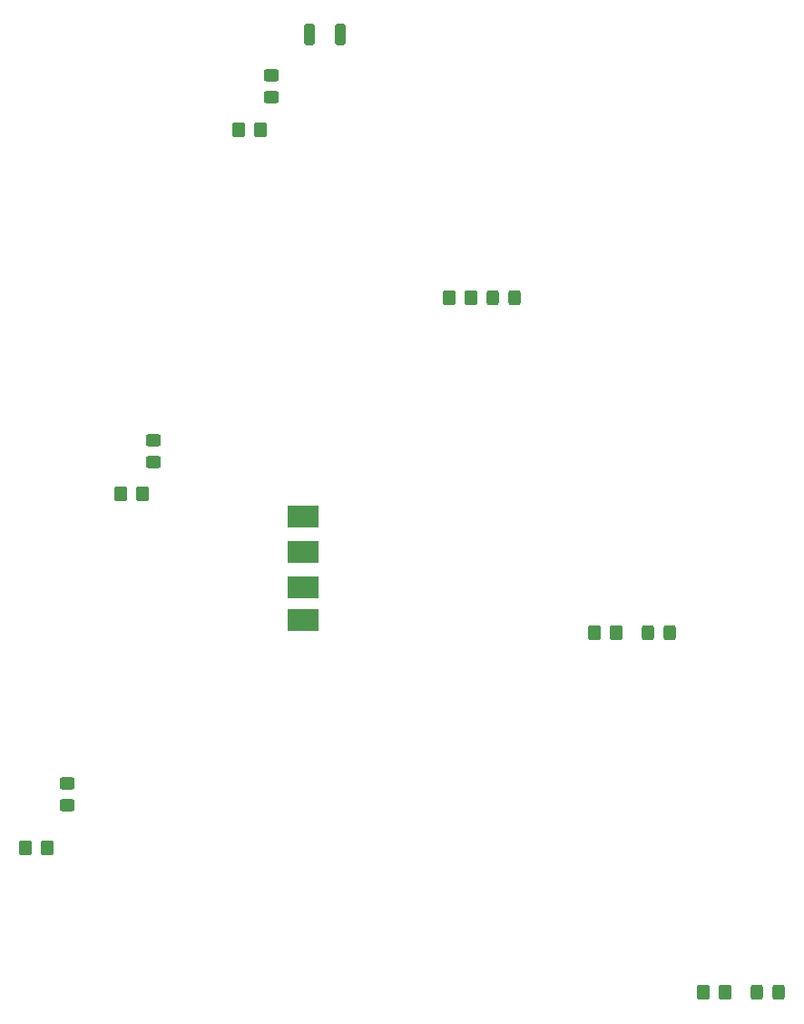
<source format=gbs>
G04 #@! TF.GenerationSoftware,KiCad,Pcbnew,7.0.8*
G04 #@! TF.CreationDate,2024-10-12T14:26:50+02:00*
G04 #@! TF.ProjectId,PCB_Christmas_Tree,5043425f-4368-4726-9973-746d61735f54,rev?*
G04 #@! TF.SameCoordinates,Original*
G04 #@! TF.FileFunction,Soldermask,Bot*
G04 #@! TF.FilePolarity,Negative*
%FSLAX46Y46*%
G04 Gerber Fmt 4.6, Leading zero omitted, Abs format (unit mm)*
G04 Created by KiCad (PCBNEW 7.0.8) date 2024-10-12 14:26:50*
%MOMM*%
%LPD*%
G01*
G04 APERTURE LIST*
G04 Aperture macros list*
%AMRoundRect*
0 Rectangle with rounded corners*
0 $1 Rounding radius*
0 $2 $3 $4 $5 $6 $7 $8 $9 X,Y pos of 4 corners*
0 Add a 4 corners polygon primitive as box body*
4,1,4,$2,$3,$4,$5,$6,$7,$8,$9,$2,$3,0*
0 Add four circle primitives for the rounded corners*
1,1,$1+$1,$2,$3*
1,1,$1+$1,$4,$5*
1,1,$1+$1,$6,$7*
1,1,$1+$1,$8,$9*
0 Add four rect primitives between the rounded corners*
20,1,$1+$1,$2,$3,$4,$5,0*
20,1,$1+$1,$4,$5,$6,$7,0*
20,1,$1+$1,$6,$7,$8,$9,0*
20,1,$1+$1,$8,$9,$2,$3,0*%
G04 Aperture macros list end*
%ADD10RoundRect,0.250000X-0.325000X-0.450000X0.325000X-0.450000X0.325000X0.450000X-0.325000X0.450000X0*%
%ADD11RoundRect,0.250000X0.450000X-0.325000X0.450000X0.325000X-0.450000X0.325000X-0.450000X-0.325000X0*%
%ADD12RoundRect,0.250000X0.350000X0.450000X-0.350000X0.450000X-0.350000X-0.450000X0.350000X-0.450000X0*%
%ADD13RoundRect,0.250000X0.250000X0.750000X-0.250000X0.750000X-0.250000X-0.750000X0.250000X-0.750000X0*%
%ADD14R,3.000000X2.000000*%
G04 APERTURE END LIST*
D10*
X112508000Y-73758000D03*
X114558000Y-73758000D03*
X126986000Y-105000000D03*
X129036000Y-105000000D03*
D11*
X91823000Y-55098000D03*
X91823000Y-53048000D03*
D12*
X110469000Y-73758000D03*
X108469000Y-73758000D03*
D13*
X98293000Y-49247000D03*
D12*
X124011000Y-105000000D03*
X122011000Y-105000000D03*
X79823000Y-92073000D03*
X77823000Y-92073000D03*
D13*
X95372000Y-49247000D03*
D10*
X137146000Y-138528000D03*
X139196000Y-138528000D03*
D12*
X134171000Y-138528000D03*
X132171000Y-138528000D03*
X90823000Y-58098000D03*
X88823000Y-58098000D03*
D14*
X94823000Y-94208000D03*
X94823000Y-97510000D03*
X94823000Y-100812000D03*
X94823000Y-103860000D03*
D12*
X70910500Y-125098000D03*
X68910500Y-125098000D03*
D11*
X72823000Y-121098000D03*
X72823000Y-119048000D03*
X80823000Y-89123000D03*
X80823000Y-87073000D03*
M02*

</source>
